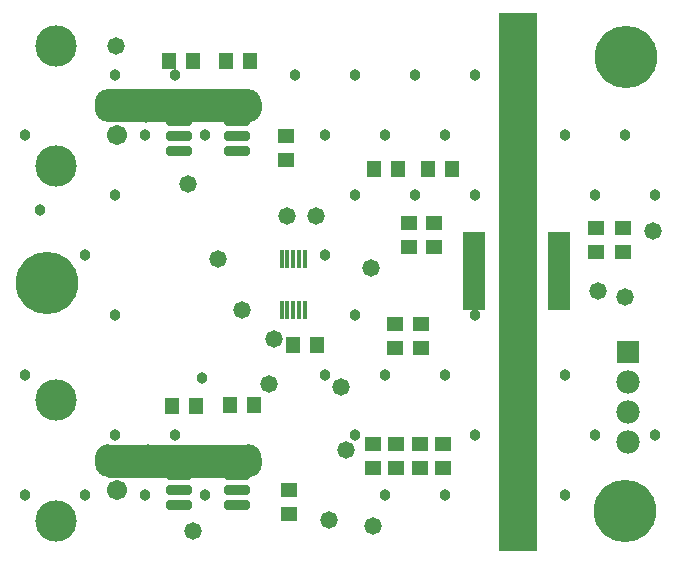
<source format=gts>
G04*
G04 #@! TF.GenerationSoftware,Altium Limited,Altium Designer,25.5.2 (35)*
G04*
G04 Layer_Color=8388736*
%FSLAX44Y44*%
%MOMM*%
G71*
G04*
G04 #@! TF.SameCoordinates,747CCF99-A89D-410B-911D-7770042ED889*
G04*
G04*
G04 #@! TF.FilePolarity,Negative*
G04*
G01*
G75*
%ADD17C,0.2540*%
%ADD24R,3.2022X45.5930*%
G04:AMPARAMS|DCode=25|XSize=1.5716mm|YSize=0.3816mm|CornerRadius=0.0858mm|HoleSize=0mm|Usage=FLASHONLY|Rotation=270.000|XOffset=0mm|YOffset=0mm|HoleType=Round|Shape=RoundedRectangle|*
%AMROUNDEDRECTD25*
21,1,1.5716,0.2100,0,0,270.0*
21,1,1.4000,0.3816,0,0,270.0*
1,1,0.1716,-0.1050,-0.7000*
1,1,0.1716,-0.1050,0.7000*
1,1,0.1716,0.1050,0.7000*
1,1,0.1716,0.1050,-0.7000*
%
%ADD25ROUNDEDRECTD25*%
G04:AMPARAMS|DCode=26|XSize=2.1732mm|YSize=0.8032mm|CornerRadius=0.1766mm|HoleSize=0mm|Usage=FLASHONLY|Rotation=0.000|XOffset=0mm|YOffset=0mm|HoleType=Round|Shape=RoundedRectangle|*
%AMROUNDEDRECTD26*
21,1,2.1732,0.4500,0,0,0.0*
21,1,1.8200,0.8032,0,0,0.0*
1,1,0.3532,0.9100,-0.2250*
1,1,0.3532,-0.9100,-0.2250*
1,1,0.3532,-0.9100,0.2250*
1,1,0.3532,0.9100,0.2250*
%
%ADD26ROUNDEDRECTD26*%
%ADD27R,1.4732X1.2192*%
%ADD28R,1.2192X1.4732*%
%ADD29R,1.9052X0.6784*%
%ADD30C,3.5032*%
%ADD31C,1.7032*%
%ADD32R,1.7032X1.7032*%
%ADD33C,5.2832*%
%ADD34C,1.9812*%
%ADD35R,1.9812X1.9812*%
%ADD36C,0.9652*%
%ADD37C,1.4732*%
G36*
X496994Y346320D02*
X498843Y345554D01*
X500507Y344442D01*
X501922Y343027D01*
X503034Y341363D01*
X503800Y339514D01*
X504190Y337551D01*
Y336550D01*
Y330200D01*
Y329324D01*
X503848Y327607D01*
X503178Y325989D01*
X502205Y324533D01*
X500967Y323295D01*
X499511Y322322D01*
X497893Y321652D01*
X496176Y321310D01*
X374919D01*
X372957Y321700D01*
X371107Y322466D01*
X369443Y323578D01*
X368028Y324993D01*
X366916Y326657D01*
X366150Y328506D01*
X365760Y330469D01*
Y331470D01*
Y336550D01*
Y337551D01*
X366150Y339514D01*
X366916Y341363D01*
X368028Y343027D01*
X369443Y344442D01*
X371107Y345554D01*
X372957Y346320D01*
X374919Y346710D01*
X495031D01*
X496994Y346320D01*
D02*
G37*
G36*
X497388Y646040D02*
X499237Y645274D01*
X500901Y644162D01*
X502316Y642747D01*
X503428Y641083D01*
X504194Y639234D01*
X504584Y637271D01*
Y636270D01*
Y629920D01*
Y629044D01*
X504243Y627327D01*
X503573Y625709D01*
X502600Y624253D01*
X501362Y623015D01*
X499905Y622042D01*
X498288Y621372D01*
X496570Y621030D01*
X375314D01*
X373351Y621420D01*
X371502Y622186D01*
X369838Y623298D01*
X368423Y624713D01*
X367311Y626377D01*
X366545Y628226D01*
X366154Y630189D01*
Y631190D01*
Y636270D01*
Y637271D01*
X366545Y639234D01*
X367311Y641083D01*
X368423Y642747D01*
X369838Y644162D01*
X371502Y645274D01*
X373351Y646040D01*
X375314Y646430D01*
X495425D01*
X497388Y646040D01*
D02*
G37*
D17*
X494976Y320856D02*
G03*
X503866Y329746I0J8890D01*
G01*
X365435Y331016D02*
G03*
X375596Y320856I10160J0D01*
G01*
Y346256D02*
G03*
X365435Y336096I0J-10160D01*
G01*
X503866D02*
G03*
X493705Y346256I-10160J0D01*
G01*
X503701Y636733D02*
G03*
X493541Y646893I-10160J0D01*
G01*
X375431D02*
G03*
X365271Y636733I0J-10160D01*
G01*
Y631653D02*
G03*
X375431Y621493I10160J0D01*
G01*
X494811D02*
G03*
X503701Y630383I0J8890D01*
G01*
X484115Y320856D02*
X494975D01*
X434715D02*
X484115D01*
X503865Y329746D02*
Y336096D01*
X365435Y331016D02*
Y336096D01*
X375595Y320856D02*
X434715D01*
X375595Y346256D02*
X493705D01*
X375431Y621493D02*
X434551D01*
X375431Y646893D02*
X493541D01*
X365271Y631653D02*
Y636733D01*
X483951Y621493D02*
X494811D01*
X434551D02*
X483951D01*
X503701Y630383D02*
Y636733D01*
D24*
X722131Y484505D02*
D03*
D25*
X542130Y461100D02*
D03*
X537130D02*
D03*
X532130D02*
D03*
X527130D02*
D03*
X522130D02*
D03*
Y504100D02*
D03*
X527130D02*
D03*
X532130D02*
D03*
X537130D02*
D03*
X542130D02*
D03*
D26*
X435040Y608330D02*
D03*
Y595630D02*
D03*
Y621030D02*
D03*
Y633730D02*
D03*
X484440D02*
D03*
Y595630D02*
D03*
Y621030D02*
D03*
Y608330D02*
D03*
Y308610D02*
D03*
Y321310D02*
D03*
Y295910D02*
D03*
Y334010D02*
D03*
X435040D02*
D03*
Y321310D02*
D03*
Y295910D02*
D03*
Y308610D02*
D03*
D27*
X618490Y429260D02*
D03*
Y449580D02*
D03*
X640080Y429260D02*
D03*
Y449580D02*
D03*
X629920Y534670D02*
D03*
Y514350D02*
D03*
X651510Y534670D02*
D03*
Y514350D02*
D03*
X528320Y308610D02*
D03*
Y288290D02*
D03*
X525780Y608330D02*
D03*
Y588010D02*
D03*
X811530Y530860D02*
D03*
Y510540D02*
D03*
X788670Y530860D02*
D03*
Y510540D02*
D03*
X599440Y327660D02*
D03*
Y347980D02*
D03*
X619337Y327660D02*
D03*
Y347980D02*
D03*
X639233Y327660D02*
D03*
Y347980D02*
D03*
X659130Y327660D02*
D03*
Y347980D02*
D03*
D28*
X666750Y580390D02*
D03*
X646430D02*
D03*
X600710D02*
D03*
X621030D02*
D03*
X552450Y431800D02*
D03*
X532130D02*
D03*
X478790Y381000D02*
D03*
X499110D02*
D03*
X429260Y379730D02*
D03*
X449580D02*
D03*
X495300Y671830D02*
D03*
X474980D02*
D03*
X447040D02*
D03*
X426720D02*
D03*
D29*
X685331Y464780D02*
D03*
Y471280D02*
D03*
Y477780D02*
D03*
Y484280D02*
D03*
Y490780D02*
D03*
Y497280D02*
D03*
Y503780D02*
D03*
Y510280D02*
D03*
Y516780D02*
D03*
Y523280D02*
D03*
X757389D02*
D03*
Y516780D02*
D03*
Y510280D02*
D03*
Y503780D02*
D03*
Y497280D02*
D03*
Y490780D02*
D03*
Y484280D02*
D03*
Y477780D02*
D03*
Y471280D02*
D03*
Y464780D02*
D03*
D30*
X331470Y582930D02*
D03*
Y684930D02*
D03*
Y384810D02*
D03*
Y282810D02*
D03*
D31*
X382470Y608930D02*
D03*
Y308810D02*
D03*
D32*
Y633930D02*
D03*
Y333810D02*
D03*
D33*
X814070Y675640D02*
D03*
X812800Y290830D02*
D03*
X323850Y483870D02*
D03*
D34*
X815340Y349250D02*
D03*
Y400050D02*
D03*
Y374650D02*
D03*
D35*
Y425450D02*
D03*
D36*
X685800Y660400D02*
D03*
X660400Y609600D02*
D03*
X685800Y558800D02*
D03*
Y457200D02*
D03*
X660400Y406400D02*
D03*
X685800Y355600D02*
D03*
X660400Y304800D02*
D03*
X635000Y660400D02*
D03*
X609600Y609600D02*
D03*
X635000Y558800D02*
D03*
X609600Y406400D02*
D03*
Y304800D02*
D03*
X584200Y660400D02*
D03*
X558800Y609600D02*
D03*
X584200Y558800D02*
D03*
X558800Y508000D02*
D03*
X584200Y457200D02*
D03*
X558800Y406400D02*
D03*
X584200Y355600D02*
D03*
X533400Y660400D02*
D03*
X457200Y609600D02*
D03*
X454660Y403860D02*
D03*
X457200Y304800D02*
D03*
X431800Y660400D02*
D03*
X406400Y609600D02*
D03*
X431800Y355600D02*
D03*
X406400Y304800D02*
D03*
X381000Y660400D02*
D03*
Y558800D02*
D03*
X355600Y508000D02*
D03*
X381000Y457200D02*
D03*
Y355600D02*
D03*
X355600Y304800D02*
D03*
X304800Y609600D02*
D03*
X317500Y546100D02*
D03*
X304800Y406400D02*
D03*
Y304800D02*
D03*
X812800Y609600D02*
D03*
X838200Y558800D02*
D03*
Y355600D02*
D03*
X762000Y609600D02*
D03*
X787400Y558800D02*
D03*
X762000Y406400D02*
D03*
X787400Y355600D02*
D03*
X762000Y304800D02*
D03*
X368300Y334010D02*
D03*
X408940Y326390D02*
D03*
Y342900D02*
D03*
X459999Y333257D02*
D03*
X368300Y635000D02*
D03*
X407670Y624840D02*
D03*
Y642620D02*
D03*
X459241Y633657D02*
D03*
D37*
X576580Y342900D02*
D03*
X599440Y278130D02*
D03*
X562610Y283210D02*
D03*
X836930Y528320D02*
D03*
X812800Y472440D02*
D03*
X789940Y477520D02*
D03*
X511810Y398780D02*
D03*
X572770Y396240D02*
D03*
X598170Y496570D02*
D03*
X551180Y541020D02*
D03*
X488950Y461010D02*
D03*
X515620Y436880D02*
D03*
X447040Y274320D02*
D03*
X527050Y541020D02*
D03*
X382270Y684530D02*
D03*
X443230Y567690D02*
D03*
X468630Y504190D02*
D03*
M02*

</source>
